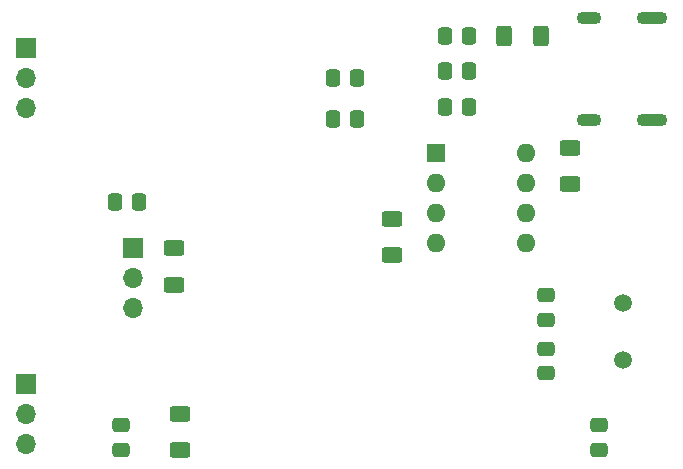
<source format=gbr>
%TF.GenerationSoftware,KiCad,Pcbnew,8.0.6*%
%TF.CreationDate,2025-05-31T11:47:03-05:00*%
%TF.ProjectId,TPS_Calibration_Board,5450535f-4361-46c6-9962-726174696f6e,rev?*%
%TF.SameCoordinates,Original*%
%TF.FileFunction,Soldermask,Bot*%
%TF.FilePolarity,Negative*%
%FSLAX46Y46*%
G04 Gerber Fmt 4.6, Leading zero omitted, Abs format (unit mm)*
G04 Created by KiCad (PCBNEW 8.0.6) date 2025-05-31 11:47:03*
%MOMM*%
%LPD*%
G01*
G04 APERTURE LIST*
G04 Aperture macros list*
%AMRoundRect*
0 Rectangle with rounded corners*
0 $1 Rounding radius*
0 $2 $3 $4 $5 $6 $7 $8 $9 X,Y pos of 4 corners*
0 Add a 4 corners polygon primitive as box body*
4,1,4,$2,$3,$4,$5,$6,$7,$8,$9,$2,$3,0*
0 Add four circle primitives for the rounded corners*
1,1,$1+$1,$2,$3*
1,1,$1+$1,$4,$5*
1,1,$1+$1,$6,$7*
1,1,$1+$1,$8,$9*
0 Add four rect primitives between the rounded corners*
20,1,$1+$1,$2,$3,$4,$5,0*
20,1,$1+$1,$4,$5,$6,$7,0*
20,1,$1+$1,$6,$7,$8,$9,0*
20,1,$1+$1,$8,$9,$2,$3,0*%
G04 Aperture macros list end*
%ADD10R,1.600000X1.600000*%
%ADD11O,1.600000X1.600000*%
%ADD12C,1.500000*%
%ADD13RoundRect,0.250000X-0.625000X0.400000X-0.625000X-0.400000X0.625000X-0.400000X0.625000X0.400000X0*%
%ADD14RoundRect,0.250000X0.400000X0.625000X-0.400000X0.625000X-0.400000X-0.625000X0.400000X-0.625000X0*%
%ADD15O,2.600000X1.100000*%
%ADD16O,2.100000X1.100000*%
%ADD17R,1.700000X1.700000*%
%ADD18O,1.700000X1.700000*%
%ADD19RoundRect,0.250000X-0.475000X0.337500X-0.475000X-0.337500X0.475000X-0.337500X0.475000X0.337500X0*%
%ADD20RoundRect,0.250000X0.337500X0.475000X-0.337500X0.475000X-0.337500X-0.475000X0.337500X-0.475000X0*%
%ADD21RoundRect,0.250000X-0.337500X-0.475000X0.337500X-0.475000X0.337500X0.475000X-0.337500X0.475000X0*%
%ADD22RoundRect,0.250000X0.475000X-0.337500X0.475000X0.337500X-0.475000X0.337500X-0.475000X-0.337500X0*%
G04 APERTURE END LIST*
D10*
%TO.C,U1*%
X176200000Y-96130000D03*
D11*
X176200000Y-98670000D03*
X176200000Y-101210000D03*
X176200000Y-103750000D03*
X183820000Y-103750000D03*
X183820000Y-101210000D03*
X183820000Y-98670000D03*
X183820000Y-96130000D03*
%TD*%
D12*
%TO.C,Y1*%
X192000000Y-108800000D03*
X192000000Y-113680000D03*
%TD*%
D13*
%TO.C,R12*%
X154500000Y-121300000D03*
X154500000Y-118200000D03*
%TD*%
D14*
%TO.C,R6*%
X185050000Y-86250000D03*
X181950000Y-86250000D03*
%TD*%
D13*
%TO.C,R3*%
X154000000Y-104200000D03*
X154000000Y-107300000D03*
%TD*%
%TO.C,R2*%
X172500000Y-101700000D03*
X172500000Y-104800000D03*
%TD*%
%TO.C,R1*%
X187500000Y-95700000D03*
X187500000Y-98800000D03*
%TD*%
D15*
%TO.C,P1*%
X194470000Y-84680000D03*
D16*
X189110000Y-84680000D03*
D15*
X194470000Y-93320000D03*
D16*
X189110000Y-93320000D03*
%TD*%
D17*
%TO.C,JP1*%
X150500000Y-104210000D03*
D18*
X150500000Y-106750000D03*
X150500000Y-109290000D03*
%TD*%
D17*
%TO.C,J2*%
X141500000Y-87225000D03*
D18*
X141500000Y-89765000D03*
X141500000Y-92305000D03*
%TD*%
D17*
%TO.C,J1*%
X141500000Y-115670000D03*
D18*
X141500000Y-118210000D03*
X141500000Y-120750000D03*
%TD*%
D19*
%TO.C,C16*%
X190000000Y-121250000D03*
X190000000Y-119175000D03*
%TD*%
D20*
%TO.C,C15*%
X169537500Y-89750000D03*
X167462500Y-89750000D03*
%TD*%
%TO.C,C14*%
X169537500Y-93250000D03*
X167462500Y-93250000D03*
%TD*%
%TO.C,C11*%
X176925000Y-92250000D03*
X179000000Y-92250000D03*
%TD*%
%TO.C,C10*%
X179000000Y-89240000D03*
X176925000Y-89240000D03*
%TD*%
%TO.C,C9*%
X179000000Y-86230000D03*
X176925000Y-86230000D03*
%TD*%
D19*
%TO.C,C3*%
X185500000Y-108175000D03*
X185500000Y-110250000D03*
%TD*%
D21*
%TO.C,C2*%
X151075000Y-100250000D03*
X149000000Y-100250000D03*
%TD*%
D22*
%TO.C,C1*%
X185500000Y-114787500D03*
X185500000Y-112712500D03*
%TD*%
D19*
%TO.C,C8*%
X149500000Y-121287500D03*
X149500000Y-119212500D03*
%TD*%
M02*

</source>
